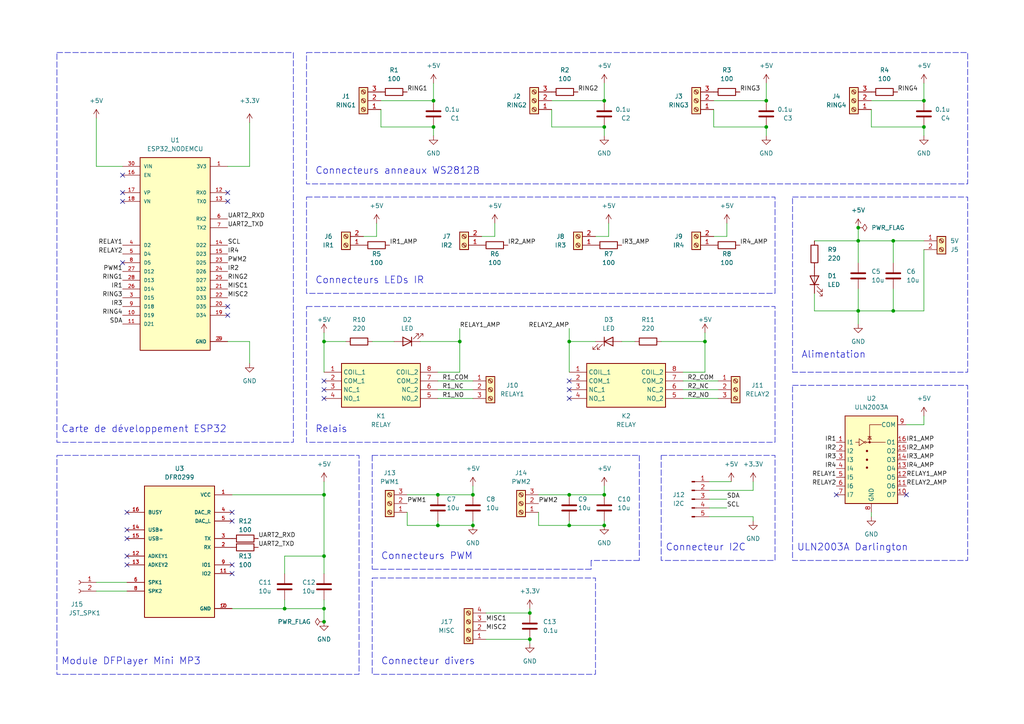
<source format=kicad_sch>
(kicad_sch (version 20230121) (generator eeschema)
  (paper "A4")
  (title_block (title "Circuit de contrôle domotique avec ESP32") (date "2023-06-13") (rev "V1.1") (company "IE-Concept") (comment 1 "Esteban CADIC"))
  (lib_symbols
    (symbol "CARTE_DOMO_SYMB:DFR0299" (pin_names (offset 1.016))
      (property "Reference" "U" (at -10.16 18.542 0))
      (property "Value" "DFR0299" (at -10.16 -22.86 0))
      (symbol "DFR0299_0_0"
        (rectangle (start -10.16 -20.32) (end 10.16 17.78) (stroke (width 0.254)) (fill (type background)))
        (pin power_in line (at 15.24 15.24 180) (length 5.08) (name "VCC") (number "1"))
        (pin power_in line (at 15.24 -17.78 180) (length 5.08) (name "GND") (number "10"))
        (pin bidirectional line (at 15.24 -7.62 180) (length 5.08) (name "IO2") (number "11"))
        (pin input line (at -15.24 -2.54 0) (length 5.08) (name "ADKEY1") (number "12"))
        (pin input line (at -15.24 -5.08 0) (length 5.08) (name "ADKEY2") (number "13"))
        (pin input line (at -15.24 5.08 0) (length 5.08) (name "USB+") (number "14"))
        (pin input line (at -15.24 2.54 0) (length 5.08) (name "USB-") (number "15"))
        (pin input line (at -15.24 10.16 0) (length 5.08) (name "BUSY") (number "16"))
        (pin input line (at 15.24 0 180) (length 5.08) (name "RX") (number "2"))
        (pin output line (at 15.24 2.54 180) (length 5.08) (name "TX") (number "3"))
        (pin output line (at 15.24 10.16 180) (length 5.08) (name "DAC_R") (number "4"))
        (pin output line (at 15.24 7.62 180) (length 5.08) (name "DAC_L") (number "5"))
        (pin passive line (at -15.24 -10.16 0) (length 5.08) (name "SPK1") (number "6"))
        (pin power_in line (at 15.24 -17.78 180) (length 5.08) (name "GND") (number "7"))
        (pin passive line (at -15.24 -12.7 0) (length 5.08) (name "SPK2") (number "8"))
        (pin bidirectional line (at 15.24 -5.08 180) (length 5.08) (name "IO1") (number "9"))
      )
    )
    (symbol "CARTE_DOMO_SYMB:ESP32-DEVKIT-V1" (pin_names (offset 1.016))
      (property "Reference" "U" (at -10.16 30.48 0))
      (property "Value" "ESP32-DEVKIT-V1" (at -10.16 -30.48 0))
      (symbol "ESP32-DEVKIT-V1_0_0"
        (rectangle (start -10.16 -27.94) (end 10.16 27.94) (stroke (width 0.254)) (fill (type background)))
        (pin output line (at 15.24 25.4 180) (length 5.08) (name "3V3") (number "1"))
        (pin bidirectional line (at -15.24 -17.78 0) (length 5.08) (name "D19") (number "10"))
        (pin bidirectional line (at -15.24 -20.32 0) (length 5.08) (name "D21") (number "11"))
        (pin input line (at 15.24 17.78 180) (length 5.08) (name "RX0") (number "12"))
        (pin output line (at 15.24 15.24 180) (length 5.08) (name "TX0") (number "13"))
        (pin bidirectional line (at 15.24 2.54 180) (length 5.08) (name "D22") (number "14"))
        (pin bidirectional line (at 15.24 0 180) (length 5.08) (name "D23") (number "15"))
        (pin input line (at -15.24 22.86 0) (length 5.08) (name "EN") (number "16"))
        (pin bidirectional line (at -15.24 17.78 0) (length 5.08) (name "VP") (number "17"))
        (pin bidirectional line (at -15.24 15.24 0) (length 5.08) (name "VN") (number "18"))
        (pin bidirectional line (at 15.24 -17.78 180) (length 5.08) (name "D34") (number "19"))
        (pin power_in line (at 15.24 -25.4 180) (length 5.08) (name "GND") (number "2"))
        (pin bidirectional line (at 15.24 -15.24 180) (length 5.08) (name "D35") (number "20"))
        (pin bidirectional line (at 15.24 -10.16 180) (length 5.08) (name "D32") (number "21"))
        (pin bidirectional line (at 15.24 -12.7 180) (length 5.08) (name "D33") (number "22"))
        (pin bidirectional line (at 15.24 -2.54 180) (length 5.08) (name "D25") (number "23"))
        (pin bidirectional line (at 15.24 -5.08 180) (length 5.08) (name "D26") (number "24"))
        (pin bidirectional line (at 15.24 -7.62 180) (length 5.08) (name "D27") (number "25"))
        (pin bidirectional line (at -15.24 -10.16 0) (length 5.08) (name "D14") (number "26"))
        (pin bidirectional line (at -15.24 -5.08 0) (length 5.08) (name "D12") (number "27"))
        (pin bidirectional line (at -15.24 -7.62 0) (length 5.08) (name "D13") (number "28"))
        (pin power_in line (at 15.24 -25.4 180) (length 5.08) (name "GND") (number "29"))
        (pin bidirectional line (at -15.24 -12.7 0) (length 5.08) (name "D15") (number "3"))
        (pin input line (at -15.24 25.4 0) (length 5.08) (name "VIN") (number "30"))
        (pin bidirectional line (at -15.24 2.54 0) (length 5.08) (name "D2") (number "4"))
        (pin bidirectional line (at -15.24 0 0) (length 5.08) (name "D4") (number "5"))
        (pin input line (at 15.24 10.16 180) (length 5.08) (name "RX2") (number "6"))
        (pin output line (at 15.24 7.62 180) (length 5.08) (name "TX2") (number "7"))
        (pin bidirectional line (at -15.24 -2.54 0) (length 5.08) (name "D5") (number "8"))
        (pin bidirectional line (at -15.24 -15.24 0) (length 5.08) (name "D18") (number "9"))
      )
    )
    (symbol "CARTE_DOMO_SYMB:J104D2C24VDC.20S"
      (property "Reference" "K" (at 29.21 7.62 0))
      (property "Value" "J104D2C24VDC.20S" (at 29.21 5.08 0))
      (symbol "J104D2C24VDC.20S_1_1"
        (rectangle (start 5.08 2.54) (end 27.94 -10.16) (stroke (width 0.254)) (fill (type background)))
        (pin passive line (at 0 0 0) (length 5.08) (name "COIL_1") (number "1"))
        (pin passive line (at 0 -2.54 0) (length 5.08) (name "COM_1") (number "2"))
        (pin passive line (at 0 -5.08 0) (length 5.08) (name "NC_1") (number "3"))
        (pin passive line (at 0 -7.62 0) (length 5.08) (name "NO_1") (number "4"))
        (pin passive line (at 33.02 -7.62 180) (length 5.08) (name "NO_2") (number "5"))
        (pin passive line (at 33.02 -5.08 180) (length 5.08) (name "NC_2") (number "6"))
        (pin passive line (at 33.02 -2.54 180) (length 5.08) (name "COM_2") (number "7"))
        (pin passive line (at 33.02 0 180) (length 5.08) (name "COIL_2") (number "8"))
      )
    )
    (symbol "Connector:Conn_01x02_Socket" (pin_names (offset 1.016) hide)
      (property "Reference" "J" (at 0 2.54 0))
      (property "Value" "Conn_01x02_Socket" (at 0 -5.08 0))
      (symbol "Conn_01x02_Socket_1_1"
        (arc (start 0 -2.032) (mid -0.5058 -2.54) (end 0 -3.048) (stroke (width 0.1524)))
        (polyline (pts (xy -1.27 -2.54) (xy -0.508 -2.54)) (stroke (width 0.1524)))
        (polyline (pts (xy -1.27 0) (xy -0.508 0)) (stroke (width 0.1524)))
        (arc (start 0 0.508) (mid -0.5058 0) (end 0 -0.508) (stroke (width 0.1524)))
        (pin passive line (at -5.08 0 0) (length 3.81) (name "Pin_1") (number "1"))
        (pin passive line (at -5.08 -2.54 0) (length 3.81) (name "Pin_2") (number "2"))
      )
    )
    (symbol "Connector:Conn_01x05_Pin" (pin_names (offset 1.016) hide)
      (property "Reference" "J" (at 0 7.62 0))
      (property "Value" "Conn_01x05_Pin" (at 0 -7.62 0))
      (symbol "Conn_01x05_Pin_1_1"
        (polyline (pts (xy 1.27 -5.08) (xy 0.8636 -5.08)) (stroke (width 0.1524)))
        (polyline (pts (xy 1.27 -2.54) (xy 0.8636 -2.54)) (stroke (width 0.1524)))
        (polyline (pts (xy 1.27 0) (xy 0.8636 0)) (stroke (width 0.1524)))
        (polyline (pts (xy 1.27 2.54) (xy 0.8636 2.54)) (stroke (width 0.1524)))
        (polyline (pts (xy 1.27 5.08) (xy 0.8636 5.08)) (stroke (width 0.1524)))
        (rectangle (start 0.8636 -4.953) (end 0 -5.207) (stroke (width 0.1524)) (fill (type outline)))
        (rectangle (start 0.8636 -2.413) (end 0 -2.667) (stroke (width 0.1524)) (fill (type outline)))
        (rectangle (start 0.8636 0.127) (end 0 -0.127) (stroke (width 0.1524)) (fill (type outline)))
        (rectangle (start 0.8636 2.667) (end 0 2.413) (stroke (width 0.1524)) (fill (type outline)))
        (rectangle (start 0.8636 5.207) (end 0 4.953) (stroke (width 0.1524)) (fill (type outline)))
        (pin passive line (at 5.08 5.08 180) (length 3.81) (name "Pin_1") (number "1"))
        (pin passive line (at 5.08 2.54 180) (length 3.81) (name "Pin_2") (number "2"))
        (pin passive line (at 5.08 0 180) (length 3.81) (name "Pin_3") (number "3"))
        (pin passive line (at 5.08 -2.54 180) (length 3.81) (name "Pin_4") (number "4"))
        (pin passive line (at 5.08 -5.08 180) (length 3.81) (name "Pin_5") (number "5"))
      )
    )
    (symbol "Connector:Screw_Terminal_01x02" (pin_names (offset 1.016) hide)
      (property "Reference" "J" (at 0 2.54 0))
      (property "Value" "Screw_Terminal_01x02" (at 0 -5.08 0))
      (symbol "Screw_Terminal_01x02_1_1"
        (rectangle (start -1.27 1.27) (end 1.27 -3.81) (stroke (width 0.254)) (fill (type background)))
        (circle (center 0 -2.54) (radius 0.635) (stroke (width 0.1524)))
        (polyline (pts (xy -0.5334 -2.2098) (xy 0.3302 -3.048)) (stroke (width 0.1524)))
        (polyline (pts (xy -0.5334 0.3302) (xy 0.3302 -0.508)) (stroke (width 0.1524)))
        (polyline (pts (xy -0.3556 -2.032) (xy 0.508 -2.8702)) (stroke (width 0.1524)))
        (polyline (pts (xy -0.3556 0.508) (xy 0.508 -0.3302)) (stroke (width 0.1524)))
        (circle (center 0 0) (radius 0.635) (stroke (width 0.1524)))
        (pin passive line (at -5.08 0 0) (length 3.81) (name "Pin_1") (number "1"))
        (pin passive line (at -5.08 -2.54 0) (length 3.81) (name "Pin_2") (number "2"))
      )
    )
    (symbol "Connector:Screw_Terminal_01x03" (pin_names (offset 1.016) hide)
      (property "Reference" "J" (at 0 5.08 0))
      (property "Value" "Screw_Terminal_01x03" (at 0 -5.08 0))
      (symbol "Screw_Terminal_01x03_1_1"
        (rectangle (start -1.27 3.81) (end 1.27 -3.81) (stroke (width 0.254)) (fill (type background)))
        (circle (center 0 -2.54) (radius 0.635) (stroke (width 0.1524)))
        (polyline (pts (xy -0.5334 -2.2098) (xy 0.3302 -3.048)) (stroke (width 0.1524)))
        (polyline (pts (xy -0.5334 0.3302) (xy 0.3302 -0.508)) (stroke (width 0.1524)))
        (polyline (pts (xy -0.5334 2.8702) (xy 0.3302 2.032)) (stroke (width 0.1524)))
        (polyline (pts (xy -0.3556 -2.032) (xy 0.508 -2.8702)) (stroke (width 0.1524)))
        (polyline (pts (xy -0.3556 0.508) (xy 0.508 -0.3302)) (stroke (width 0.1524)))
        (polyline (pts (xy -0.3556 3.048) (xy 0.508 2.2098)) (stroke (width 0.1524)))
        (circle (center 0 0) (radius 0.635) (stroke (width 0.1524)))
        (circle (center 0 2.54) (radius 0.635) (stroke (width 0.1524)))
        (pin passive line (at -5.08 2.54 0) (length 3.81) (name "Pin_1") (number "1"))
        (pin passive line (at -5.08 0 0) (length 3.81) (name "Pin_2") (number "2"))
        (pin passive line (at -5.08 -2.54 0) (length 3.81) (name "Pin_3") (number "3"))
      )
    )
    (symbol "Connector:Screw_Terminal_01x04" (pin_names (offset 1.016) hide)
      (property "Reference" "J" (at 0 5.08 0))
      (property "Value" "Screw_Terminal_01x04" (at 0 -7.62 0))
      (symbol "Screw_Terminal_01x04_1_1"
        (rectangle (start -1.27 3.81) (end 1.27 -6.35) (stroke (width 0.254)) (fill (type background)))
        (circle (center 0 -5.08) (radius 0.635) (stroke (width 0.1524)))
        (circle (center 0 -2.54) (radius 0.635) (stroke (width 0.1524)))
        (polyline (pts (xy -0.5334 -4.7498) (xy 0.3302 -5.588)) (stroke (width 0.1524)))
        (polyline (pts (xy -0.5334 -2.2098) (xy 0.3302 -3.048)) (stroke (width 0.1524)))
        (polyline (pts (xy -0.5334 0.3302) (xy 0.3302 -0.508)) (stroke (width 0.1524)))
        (polyline (pts (xy -0.5334 2.8702) (xy 0.3302 2.032)) (stroke (width 0.1524)))
        (polyline (pts (xy -0.3556 -4.572) (xy 0.508 -5.4102)) (stroke (width 0.1524)))
        (polyline (pts (xy -0.3556 -2.032) (xy 0.508 -2.8702)) (stroke (width 0.1524)))
        (polyline (pts (xy -0.3556 0.508) (xy 0.508 -0.3302)) (stroke (width 0.1524)))
        (polyline (pts (xy -0.3556 3.048) (xy 0.508 2.2098)) (stroke (width 0.1524)))
        (circle (center 0 0) (radius 0.635) (stroke (width 0.1524)))
        (circle (center 0 2.54) (radius 0.635) (stroke (width 0.1524)))
        (pin passive line (at -5.08 2.54 0) (length 3.81) (name "Pin_1") (number "1"))
        (pin passive line (at -5.08 0 0) (length 3.81) (name "Pin_2") (number "2"))
        (pin passive line (at -5.08 -2.54 0) (length 3.81) (name "Pin_3") (number "3"))
        (pin passive line (at -5.08 -5.08 0) (length 3.81) (name "Pin_4") (number "4"))
      )
    )
    (symbol "Device:C" (pin_numbers hide) (pin_names (offset 0.254))
      (property "Reference" "C" (at 0.635 2.54 0))
      (property "Value" "C" (at 0.635 -2.54 0))
      (symbol "C_0_1"
        (polyline (pts (xy -2.032 -0.762) (xy 2.032 -0.762)) (stroke (width 0.508)))
        (polyline (pts (xy -2.032 0.762) (xy 2.032 0.762)) (stroke (width 0.508)))
      )
      (symbol "C_1_1"
        (pin passive line (at 0 3.81 270) (length 2.794) (name "~") (number "1"))
        (pin passive line (at 0 -3.81 90) (length 2.794) (name "~") (number "2"))
      )
    )
    (symbol "Device:LED" (pin_numbers hide) (pin_names (offset 1.016) hide)
      (property "Reference" "D" (at 0 2.54 0))
      (property "Value" "LED" (at 0 -2.54 0))
      (symbol "LED_0_1"
        (polyline (pts (xy -1.27 -1.27) (xy -1.27 1.27)) (stroke (width 0.254)))
        (polyline (pts (xy -1.27 0) (xy 1.27 0)))
        (polyline (pts (xy 1.27 -1.27) (xy 1.27 1.27) (xy -1.27 0) (xy 1.27 -1.27)) (stroke (width 0.254)))
        (polyline (pts (xy -3.048 -0.762) (xy -4.572 -2.286) (xy -3.81 -2.286) (xy -4.572 -2.286) (xy -4.572 -1.524)))
        (polyline (pts (xy -1.778 -0.762) (xy -3.302 -2.286) (xy -2.54 -2.286) (xy -3.302 -2.286) (xy -3.302 -1.524)))
      )
      (symbol "LED_1_1"
        (pin passive line (at -3.81 0 0) (length 2.54) (name "K") (number "1"))
        (pin passive line (at 3.81 0 180) (length 2.54) (name "A") (number "2"))
      )
    )
    (symbol "Device:R" (pin_numbers hide) (pin_names (offset 0))
      (property "Reference" "R" (at 2.032 0 90))
      (property "Value" "R" (at 0 0 90))
      (symbol "R_0_1"
        (rectangle (start -1.016 -2.54) (end 1.016 2.54) (stroke (width 0.254)))
      )
      (symbol "R_1_1"
        (pin passive line (at 0 3.81 270) (length 1.27) (name "~") (number "1"))
        (pin passive line (at 0 -3.81 90) (length 1.27) (name "~") (number "2"))
      )
    )
    (symbol "Transistor_Array:ULN2003A"
      (property "Reference" "U" (at 0 15.875 0))
      (property "Value" "ULN2003A" (at 0 13.97 0))
      (symbol "ULN2003A_0_1"
        (rectangle (start -7.62 -12.7) (end 7.62 12.7) (stroke (width 0.254)) (fill (type background)))
        (circle (center -1.778 5.08) (radius 0.254))
        (circle (center -1.27 -2.286) (radius 0.254) (fill (type outline)))
        (circle (center -1.27 0) (radius 0.254) (fill (type outline)))
        (circle (center -1.27 2.54) (radius 0.254) (fill (type outline)))
        (circle (center -0.508 5.08) (radius 0.254) (fill (type outline)))
        (polyline (pts (xy -4.572 5.08) (xy -3.556 5.08)))
        (polyline (pts (xy -1.524 5.08) (xy 4.064 5.08)))
        (polyline (pts (xy 0 6.731) (xy -1.016 6.731)))
        (polyline (pts (xy -0.508 5.08) (xy -0.508 10.16) (xy 2.921 10.16)))
        (polyline (pts (xy -3.556 6.096) (xy -3.556 4.064) (xy -2.032 5.08) (xy -3.556 6.096)))
        (polyline (pts (xy 0 5.969) (xy -1.016 5.969) (xy -0.508 6.731) (xy 0 5.969)))
      )
      (symbol "ULN2003A_1_1"
        (pin input line (at -10.16 5.08 0) (length 2.54) (name "I1") (number "1"))
        (pin open_collector line (at 10.16 -10.16 180) (length 2.54) (name "O7") (number "10"))
        (pin open_collector line (at 10.16 -7.62 180) (length 2.54) (name "O6") (number "11"))
        (pin open_collector line (at 10.16 -5.08 180) (length 2.54) (name "O5") (number "12"))
        (pin open_collector line (at 10.16 -2.54 180) (length 2.54) (name "O4") (number "13"))
        (pin open_collector line (at 10.16 0 180) (length 2.54) (name "O3") (number "14"))
        (pin open_collector line (at 10.16 2.54 180) (length 2.54) (name "O2") (number "15"))
        (pin open_collector line (at 10.16 5.08 180) (length 2.54) (name "O1") (number "16"))
        (pin input line (at -10.16 2.54 0) (length 2.54) (name "I2") (number "2"))
        (pin input line (at -10.16 0 0) (length 2.54) (name "I3") (number "3"))
        (pin input line (at -10.16 -2.54 0) (length 2.54) (name "I4") (number "4"))
        (pin input line (at -10.16 -5.08 0) (length 2.54) (name "I5") (number "5"))
        (pin input line (at -10.16 -7.62 0) (length 2.54) (name "I6") (number "6"))
        (pin input line (at -10.16 -10.16 0) (length 2.54) (name "I7") (number "7"))
        (pin power_in line (at 0 -15.24 90) (length 2.54) (name "GND") (number "8"))
        (pin passive line (at 10.16 10.16 180) (length 2.54) (name "COM") (number "9"))
      )
    )
    (symbol "power:+3.3V" (power) (pin_names (offset 0))
      (property "Value" "+3.3V" (at 0 3.556 0))
      (symbol "+3.3V_0_1"
        (polyline (pts (xy -0.762 1.27) (xy 0 2.54)))
        (polyline (pts (xy 0 0) (xy 0 2.54)))
        (polyline (pts (xy 0 2.54) (xy 0.762 1.27)))
      )
      (symbol "+3.3V_1_1"
        (pin power_in line (at 0 0 90) (length 0) hide (name "+3.3V") (number "1"))
      )
    )
    (symbol "power:+5V" (power) (pin_names (offset 0))
      (property "Value" "+5V" (at 0 3.556 0))
      (symbol "+5V_0_1"
        (polyline (pts (xy -0.762 1.27) (xy 0 2.54)))
        (polyline (pts (xy 0 0) (xy 0 2.54)))
        (polyline (pts (xy 0 2.54) (xy 0.762 1.27)))
      )
      (symbol "+5V_1_1"
        (pin power_in line (at 0 0 90) (length 0) hide (name "+5V") (number "1"))
      )
    )
    (symbol "power:GND" (power) (pin_names (offset 0))
      (property "Value" "GND" (at 0 -3.81 0))
      (symbol "GND_0_1"
        (polyline (pts (xy 0 0) (xy 0 -1.27) (xy 1.27 -1.27) (xy 0 -2.54) (xy -1.27 -1.27) (xy 0 -1.27)))
      )
      (symbol "GND_1_1"
        (pin power_in line (at 0 0 270) (length 0) hide (name "GND") (number "1"))
      )
    )
    (symbol "power:PWR_FLAG" (power) (pin_numbers hide) (pin_names (offset 0) hide)
      (property "Value" "PWR_FLAG" (at 0 3.81 0))
      (symbol "PWR_FLAG_0_0"
        (pin power_out line (at 0 0 90) (length 0) (name "pwr") (number "1"))
      )
      (symbol "PWR_FLAG_0_1"
        (polyline (pts (xy 0 0) (xy 0 1.27) (xy -1.016 1.905) (xy 0 2.54) (xy 1.016 1.905) (xy 0 1.27)))
      )
    )
  )
  (junction (at 222.25 29.21))
  (junction (at 125.73 36.83))
  (junction (at 137.16 152.4))
  (junction (at 93.98 180.34))
  (junction (at 93.98 99.06))
  (junction (at 175.26 29.21))
  (junction (at 153.67 185.42))
  (junction (at 267.97 36.83))
  (junction (at 248.92 69.85))
  (junction (at 204.47 99.06))
  (junction (at 175.26 36.83))
  (junction (at 153.67 177.8))
  (junction (at 82.55 176.53))
  (junction (at 175.26 152.4))
  (junction (at 165.1 152.4))
  (junction (at 175.26 143.51))
  (junction (at 267.97 29.21))
  (junction (at 222.25 36.83))
  (junction (at 259.08 69.85))
  (junction (at 93.98 143.51))
  (junction (at 93.98 161.29))
  (junction (at 133.35 99.06))
  (junction (at 127 152.4))
  (junction (at 165.1 99.06))
  (junction (at 248.92 90.17))
  (junction (at 165.1 143.51))
  (junction (at 125.73 29.21))
  (junction (at 127 143.51))
  (junction (at 259.08 90.17))
  (junction (at 248.92 66.04))
  (junction (at 93.98 176.53))
  (junction (at 137.16 143.51))
  (no_connect (at 35.56 58.42))
  (no_connect (at 35.56 76.2))
  (no_connect (at 93.98 110.49))
  (no_connect (at 262.89 143.51))
  (no_connect (at 36.83 153.67))
  (no_connect (at 165.1 110.49))
  (no_connect (at 36.83 163.83))
  (no_connect (at 36.83 161.29))
  (no_connect (at 242.57 143.51))
  (no_connect (at 35.56 50.8))
  (no_connect (at 67.31 163.83))
  (no_connect (at 66.04 55.88))
  (no_connect (at 66.04 88.9))
  (no_connect (at 67.31 166.37))
  (no_connect (at 165.1 115.57))
  (no_connect (at 66.04 58.42))
  (no_connect (at 35.56 55.88))
  (no_connect (at 36.83 156.21))
  (no_connect (at 36.83 148.59))
  (no_connect (at 93.98 113.03))
  (no_connect (at 66.04 91.44))
  (no_connect (at 93.98 115.57))
  (no_connect (at 165.1 113.03))
  (no_connect (at 67.31 148.59))
  (no_connect (at 67.31 151.13))
  (wire (pts (xy 143.51 68.58) (xy 143.51 64.77)))
  (wire (pts (xy 207.01 31.75) (xy 207.01 36.83)))
  (wire (pts (xy 140.97 185.42) (xy 153.67 185.42)))
  (wire (pts (xy 127 110.49) (xy 137.16 110.49)))
  (wire (pts (xy 236.22 90.17) (xy 248.92 90.17)))
  (wire (pts (xy 252.73 36.83) (xy 267.97 36.83)))
  (wire (pts (xy 110.49 36.83) (xy 125.73 36.83)))
  (wire (pts (xy 125.73 36.83) (xy 125.73 39.37)))
  (wire (pts (xy 248.92 69.85) (xy 259.08 69.85)))
  (wire (pts (xy 82.55 176.53) (xy 93.98 176.53)))
  (wire (pts (xy 175.26 151.13) (xy 175.26 152.4)))
  (wire (pts (xy 67.31 176.53) (xy 82.55 176.53)))
  (wire (pts (xy 27.94 48.26) (xy 35.56 48.26)))
  (wire (pts (xy 267.97 123.19) (xy 262.89 123.19)))
  (wire (pts (xy 110.49 29.21) (xy 125.73 29.21)))
  (wire (pts (xy 198.12 110.49) (xy 208.28 110.49)))
  (polyline (pts (xy 107.95 132.08) (xy 107.95 165.1)) (stroke (width 0) (type dash)))
  (wire (pts (xy 66.04 99.06) (xy 72.39 99.06)))
  (wire (pts (xy 204.47 96.52) (xy 204.47 99.06)))
  (wire (pts (xy 207.01 36.83) (xy 222.25 36.83)))
  (wire (pts (xy 72.39 48.26) (xy 66.04 48.26)))
  (wire (pts (xy 93.98 173.99) (xy 93.98 176.53)))
  (wire (pts (xy 153.67 186.69) (xy 153.67 185.42)))
  (wire (pts (xy 93.98 143.51) (xy 93.98 161.29)))
  (wire (pts (xy 252.73 29.21) (xy 267.97 29.21)))
  (wire (pts (xy 107.95 99.06) (xy 114.3 99.06)))
  (wire (pts (xy 198.12 107.95) (xy 204.47 107.95)))
  (wire (pts (xy 205.74 144.78) (xy 210.82 144.78)))
  (polyline (pts (xy 185.42 132.08) (xy 185.42 162.56)) (stroke (width 0) (type dash)))
  (wire (pts (xy 259.08 69.85) (xy 259.08 76.2)))
  (wire (pts (xy 248.92 90.17) (xy 248.92 93.98)))
  (wire (pts (xy 252.73 31.75) (xy 252.73 36.83)))
  (wire (pts (xy 205.74 142.24) (xy 218.44 142.24)))
  (wire (pts (xy 259.08 69.85) (xy 267.97 69.85)))
  (wire (pts (xy 175.26 36.83) (xy 175.26 39.37)))
  (wire (pts (xy 267.97 36.83) (xy 267.97 39.37)))
  (wire (pts (xy 252.73 148.59) (xy 252.73 149.86)))
  (wire (pts (xy 133.35 95.25) (xy 133.35 99.06)))
  (wire (pts (xy 127 143.51) (xy 137.16 143.51)))
  (wire (pts (xy 205.74 147.32) (xy 210.82 147.32)))
  (wire (pts (xy 82.55 173.99) (xy 82.55 176.53)))
  (wire (pts (xy 236.22 85.09) (xy 236.22 90.17)))
  (wire (pts (xy 198.12 115.57) (xy 208.28 115.57)))
  (wire (pts (xy 72.39 35.56) (xy 72.39 48.26)))
  (wire (pts (xy 222.25 24.13) (xy 222.25 29.21)))
  (wire (pts (xy 267.97 120.65) (xy 267.97 123.19)))
  (wire (pts (xy 27.94 171.45) (xy 36.83 171.45)))
  (wire (pts (xy 93.98 96.52) (xy 93.98 99.06)))
  (wire (pts (xy 175.26 24.13) (xy 175.26 29.21)))
  (wire (pts (xy 93.98 99.06) (xy 93.98 107.95)))
  (wire (pts (xy 165.1 99.06) (xy 172.72 99.06)))
  (wire (pts (xy 165.1 152.4) (xy 175.26 152.4)))
  (wire (pts (xy 156.21 152.4) (xy 165.1 152.4)))
  (wire (pts (xy 204.47 99.06) (xy 204.47 107.95)))
  (wire (pts (xy 248.92 83.82) (xy 248.92 90.17)))
  (wire (pts (xy 172.72 68.58) (xy 176.53 68.58)))
  (wire (pts (xy 204.47 99.06) (xy 191.77 99.06)))
  (wire (pts (xy 121.92 99.06) (xy 133.35 99.06)))
  (wire (pts (xy 118.11 148.59) (xy 118.11 152.4)))
  (wire (pts (xy 205.74 149.86) (xy 218.44 149.86)))
  (wire (pts (xy 160.02 36.83) (xy 175.26 36.83)))
  (wire (pts (xy 236.22 69.85) (xy 248.92 69.85)))
  (wire (pts (xy 165.1 95.25) (xy 165.1 99.06)))
  (polyline (pts (xy 107.95 132.08) (xy 185.42 132.08)) (stroke (width 0) (type dash)))
  (wire (pts (xy 248.92 69.85) (xy 248.92 76.2)))
  (wire (pts (xy 127 113.03) (xy 137.16 113.03)))
  (wire (pts (xy 222.25 36.83) (xy 222.25 39.37)))
  (wire (pts (xy 207.01 29.21) (xy 222.25 29.21)))
  (wire (pts (xy 267.97 24.13) (xy 267.97 29.21)))
  (wire (pts (xy 175.26 143.51) (xy 175.26 140.97)))
  (wire (pts (xy 93.98 161.29) (xy 93.98 166.37)))
  (wire (pts (xy 184.15 99.06) (xy 180.34 99.06)))
  (wire (pts (xy 82.55 166.37) (xy 82.55 161.29)))
  (wire (pts (xy 218.44 149.86) (xy 218.44 151.13)))
  (wire (pts (xy 160.02 31.75) (xy 160.02 36.83)))
  (wire (pts (xy 156.21 148.59) (xy 156.21 152.4)))
  (wire (pts (xy 259.08 90.17) (xy 267.97 90.17)))
  (wire (pts (xy 105.41 68.58) (xy 109.22 68.58)))
  (polyline (pts (xy 171.45 162.56) (xy 171.45 165.1)) (stroke (width 0) (type dash)))
  (wire (pts (xy 27.94 34.29) (xy 27.94 48.26)))
  (wire (pts (xy 27.94 168.91) (xy 36.83 168.91)))
  (wire (pts (xy 156.21 143.51) (xy 165.1 143.51)))
  (polyline (pts (xy 171.45 165.1) (xy 107.95 165.1)) (stroke (width 0) (type dash)))
  (wire (pts (xy 139.7 68.58) (xy 143.51 68.58)))
  (wire (pts (xy 133.35 99.06) (xy 133.35 107.95)))
  (wire (pts (xy 248.92 69.85) (xy 248.92 66.04)))
  (wire (pts (xy 127 151.13) (xy 127 152.4)))
  (wire (pts (xy 165.1 151.13) (xy 165.1 152.4)))
  (polyline (pts (xy 185.42 162.56) (xy 171.45 162.56)) (stroke (width 0) (type dash)))
  (wire (pts (xy 259.08 83.82) (xy 259.08 90.17)))
  (wire (pts (xy 67.31 143.51) (xy 93.98 143.51)))
  (wire (pts (xy 207.01 68.58) (xy 210.82 68.58)))
  (wire (pts (xy 210.82 68.58) (xy 210.82 64.77)))
  (wire (pts (xy 93.98 176.53) (xy 93.98 180.34)))
  (wire (pts (xy 118.11 143.51) (xy 127 143.51)))
  (wire (pts (xy 160.02 29.21) (xy 175.26 29.21)))
  (wire (pts (xy 176.53 68.58) (xy 176.53 64.77)))
  (wire (pts (xy 125.73 24.13) (xy 125.73 29.21)))
  (wire (pts (xy 165.1 143.51) (xy 175.26 143.51)))
  (wire (pts (xy 127 107.95) (xy 133.35 107.95)))
  (wire (pts (xy 110.49 31.75) (xy 110.49 36.83)))
  (wire (pts (xy 248.92 90.17) (xy 259.08 90.17)))
  (wire (pts (xy 127 115.57) (xy 137.16 115.57)))
  (wire (pts (xy 267.97 72.39) (xy 267.97 90.17)))
  (wire (pts (xy 72.39 99.06) (xy 72.39 105.41)))
  (wire (pts (xy 93.98 99.06) (xy 100.33 99.06)))
  (wire (pts (xy 137.16 143.51) (xy 137.16 140.97)))
  (wire (pts (xy 82.55 161.29) (xy 93.98 161.29)))
  (wire (pts (xy 140.97 177.8) (xy 153.67 177.8)))
  (wire (pts (xy 198.12 113.03) (xy 208.28 113.03)))
  (wire (pts (xy 153.67 176.53) (xy 153.67 177.8)))
  (wire (pts (xy 218.44 139.7) (xy 218.44 142.24)))
  (wire (pts (xy 165.1 99.06) (xy 165.1 107.95)))
  (wire (pts (xy 137.16 151.13) (xy 137.16 152.4)))
  (wire (pts (xy 118.11 152.4) (xy 127 152.4)))
  (wire (pts (xy 212.09 139.7) (xy 205.74 139.7)))
  (wire (pts (xy 93.98 139.7) (xy 93.98 143.51)))
  (wire (pts (xy 109.22 68.58) (xy 109.22 64.77)))
  (wire (pts (xy 127 152.4) (xy 137.16 152.4)))
  (rectangle (start 88.9 15.24) (end 280.67 53.34) (stroke (width 0) (type dash)))
  (rectangle (start 107.95 167.64) (end 172.72 195.58) (stroke (width 0) (type dash)))
  (rectangle (start 88.9 57.15) (end 224.79 85.09) (stroke (width 0) (type dash)))
  (rectangle (start 16.51 15.24) (end 85.09 128.27) (stroke (width 0) (type dash)))
  (rectangle (start 229.87 111.76) (end 280.67 162.56) (stroke (width 0) (type dash)))
  (rectangle (start 229.87 57.15) (end 280.67 107.95) (stroke (width 0) (type dash)))
  (rectangle (start 88.9 88.9) (end 224.79 128.27) (stroke (width 0) (type dash)))
  (rectangle (start 16.51 132.08) (end 104.14 195.58) (stroke (width 0) (type dash)))
  (rectangle (start 191.77 132.08) (end 224.79 162.56) (stroke (width 0) (type dash)))
  (text "Alimentation" (at 232.41 104.14 0) (effects (font (size 2 2)) (justify left bottom)))
  (text "Carte de développement ESP32" (at 17.78 125.73 0) (effects (font (size 2 2)) (justify left bottom)))
  (text "ULN2003A Darlington" (at 231.14 160.02 0) (effects (font (size 2 2)) (justify left bottom)))
  (text "Connecteurs PWM\n" (at 110.49 162.56 0) (effects (font (size 2 2)) (justify left bottom)))
  (text "Module DFPlayer Mini MP3 " (at 17.78 193.04 0) (effects (font (size 2 2)) (justify left bottom)))
  (text "Connecteurs LEDs IR" (at 91.44 82.55 0) (effects (font (size 2 2)) (justify left bottom)))
  (text "Connecteur I2C" (at 193.04 160.02 0) (effects (font (size 2 2)) (justify left bottom)))
  (text "Relais" (at 91.44 125.73 0) (effects (font (size 2 2)) (justify left bottom)))
  (text "Connecteurs anneaux WS2812B" (at 91.44 50.8 0) (effects (font (size 2 2)) (justify left bottom)))
  (text "Connecteur divers\n" (at 110.49 193.04 0) (effects (font (size 2 2)) (justify left bottom)))
  (label "RELAY1" (at 242.57 138.43 180))
  (label "MISC2" (at 140.97 182.88 0))
  (label "R1_NC" (at 128.27 113.03 0))
  (label "IR3" (at 242.57 133.35 180))
  (label "R2_COM" (at 199.39 110.49 0))
  (label "RING1" (at 35.56 81.28 180))
  (label "SCL" (at 210.82 147.32 0))
  (label "MISC1" (at 140.97 180.34 0))
  (label "IR1" (at 35.56 83.82 180))
  (label "RELAY2_AMP" (at 262.89 140.97 0))
  (label "R2_NC" (at 199.39 113.03 0))
  (label "MISC1" (at 66.04 83.82 0))
  (label "IR3_AMP" (at 180.34 71.12 0))
  (label "SDA" (at 210.82 144.78 0))
  (label "RING2" (at 167.64 26.67 0))
  (label "RELAY2" (at 35.56 73.66 180))
  (label "IR2" (at 66.04 78.74 0))
  (label "RELAY1_AMP" (at 133.35 95.25 0))
  (label "R1_NO" (at 128.27 115.57 0))
  (label "PWM2" (at 156.21 146.05 0))
  (label "UART2_TXD" (at 66.04 66.04 0))
  (label "IR3_AMP" (at 262.89 133.35 0))
  (label "RELAY1" (at 35.56 71.12 180))
  (label "RING3" (at 35.56 86.36 180))
  (label "UART2_RXD" (at 74.93 156.21 0))
  (label "SDA" (at 35.56 93.98 180))
  (label "IR2" (at 242.57 130.81 180))
  (label "RING1" (at 118.11 26.67 0))
  (label "IR1_AMP" (at 113.03 71.12 0))
  (label "RELAY2_AMP" (at 165.1 95.25 180))
  (label "IR4" (at 66.04 73.66 0))
  (label "IR1" (at 242.57 128.27 180))
  (label "UART2_TXD" (at 74.93 158.75 0))
  (label "IR4_AMP" (at 262.89 135.89 0))
  (label "RING4" (at 35.56 91.44 180))
  (label "IR2_AMP" (at 147.32 71.12 0))
  (label "PWM1" (at 118.11 146.05 0))
  (label "MISC2" (at 66.04 86.36 0))
  (label "UART2_RXD" (at 66.04 63.5 0))
  (label "PWM1" (at 35.56 78.74 180))
  (label "RING3" (at 214.63 26.67 0))
  (label "SCL" (at 66.04 71.12 0))
  (label "IR2_AMP" (at 262.89 130.81 0))
  (label "RELAY1_AMP" (at 262.89 138.43 0))
  (label "RING2" (at 66.04 81.28 0))
  (label "RING4" (at 260.35 26.67 0))
  (label "R2_NO" (at 199.39 115.57 0))
  (label "RELAY2" (at 242.57 140.97 180))
  (label "R1_COM" (at 128.27 110.49 0))
  (label "IR4" (at 242.57 135.89 180))
  (label "PWM2" (at 66.04 76.2 0))
  (label "IR1_AMP" (at 262.89 128.27 0))
  (label "IR4_AMP" (at 214.63 71.12 0))
  (label "IR3" (at 35.56 88.9 180))
  (symbol (lib_id "Connector:Screw_Terminal_01x03") (at 113.03 146.05 180) (unit 1)
    (property "Reference" "J13" (at 113.03 137.16 0))
    (property "Value" "PWM1" (at 113.03 139.7 0))
    (property "Footprint" "TerminalBlock:TerminalBlock_bornier-3_P5.08mm" (effects hide))
    (property "LCSC Part" "C72334" (effects hide))
  )
  (symbol (lib_id "power:GND") (at 137.16 152.4 0) (unit 1)
    (property "Reference" "#PWR028" (effects hide))
    (property "Value" "GND" (at 137.16 157.48 0))
  )
  (symbol (lib_id "power:+5V") (at 212.09 139.7 0) (unit 1)
    (property "Reference" "#PWR022" (effects hide))
    (property "Value" "+5V" (at 212.09 134.62 0))
  )
  (symbol (lib_id "CARTE_DOMO_SYMB:J104D2C24VDC.20S") (at 165.1 107.95 0) (unit 1)
    (property "Reference" "K2" (at 181.61 120.65 0))
    (property "Value" "RELAY" (at 181.61 123.19 0))
    (property "Footprint" "CARTE_DOMO_EMP:J104D2C24VDC20S" (effects hide))
    (property "Datasheet" "https://www.citrelay.com/Catalog Pages/RelayCatalog/J104D.pdf" (effects hide))
    (property "Digi-Key" "2449-J104D2C5VDC.20S-ND" (effects hide))
    (property "Height" "11.42" (effects hide))
    (property "Manufacturer_Name" "CIT Relay & Switch" (effects hide))
    (property "Manufacturer_Part_Number" "J104D2C24VDC.20S" (effects hide))
    (property "JLCPCB BOM" "0" (effects hide))
  )
  (symbol (lib_id "Device:C") (at 222.25 33.02 0) (unit 1)
    (property "Reference" "C3" (at 229.87 34.29 0) (effects (justify right)))
    (property "Value" "0.1u" (at 229.87 31.75 0) (effects (justify right)))
    (property "Footprint" "Capacitor_SMD:C_0603_1608Metric_Pad1.08x0.95mm_HandSolder" (effects hide))
    (property "LCSC Part" "C14665" (effects hide))
  )
  (symbol (lib_id "CARTE_DOMO_SYMB:ESP32-DEVKIT-V1") (at 50.8 73.66 0) (unit 1)
    (property "Reference" "U1" (at 50.8 40.64 0))
    (property "Value" "ESP32_NODEMCU" (at 50.8 43.18 0))
    (property "Footprint" "CARTE_DOMO_EMP:MODULE_ESP32_DEVKIT_V1" (effects hide))
    (property "STANDARD" "Manufacturer Recommendations" (effects hide))
    (property "MAXIMUM_PACKAGE_HEIGHT" "6.8 mm" (effects hide))
    (property "MANUFACTURER" "DOIT" (effects hide))
    (property "PARTREV" "N/A" (effects hide))
    (property "JLCPCB BOM" "0" (effects hide))
  )
  (symbol (lib_id "CARTE_DOMO_SYMB:DFR0299") (at 52.07 158.75 0) (unit 1)
    (property "Reference" "U3" (at 52.07 135.89 0))
    (property "Value" "DFR0299" (at 52.07 138.43 0))
    (property "Footprint" "CARTE_DOMO_EMP:MODULE_DFR0299" (effects hide))
    (property "MF" "DFRobot" (effects hide))
    (property "DESCRIPTION" "Dfplayer - a Mini Mp3 Player" (effects hide))
    (property "PACKAGE" "None" (effects hide))
    (property "PRICE" "None" (effects hide))
    (property "MP" "DFR0299" (effects hide))
    (property "AVAILABILITY" "Unavailable" (effects hide))
    (property "JLCPCB BOM" "0" (effects hide))
  )
  (symbol (lib_id "Device:R") (at 163.83 26.67 270) (unit 1)
    (property "Reference" "R2" (at 163.83 20.32 90))
    (property "Value" "100" (at 163.83 22.86 90))
    (property "Footprint" "Resistor_SMD:R_0603_1608Metric_Pad0.98x0.95mm_HandSolder" (effects hide))
    (property "LCSC Part" "C22775" (effects hide))
  )
  (symbol (lib_id "Connector:Screw_Terminal_01x03") (at 247.65 29.21 180) (unit 1)
    (property "Reference" "J4" (at 242.57 27.94 0))
    (property "Value" "RING4" (at 242.57 30.48 0))
    (property "Footprint" "TerminalBlock:TerminalBlock_bornier-3_P5.08mm" (effects hide))
    (property "LCSC Part" "C72334" (effects hide))
  )
  (symbol (lib_id "power:GND") (at 252.73 149.86 0) (unit 1)
    (property "Reference" "#PWR026" (effects hide))
    (property "Value" "GND" (at 252.73 154.94 0))
  )
  (symbol (lib_id "power:+5V") (at 109.22 64.77 0) (unit 1)
    (property "Reference" "#PWR011" (effects hide))
    (property "Value" "+5V" (at 109.22 59.69 0))
  )
  (symbol (lib_id "Device:R") (at 176.53 71.12 270) (unit 1)
    (property "Reference" "R7" (at 176.53 73.66 90))
    (property "Value" "100" (at 176.53 76.2 90))
    (property "Footprint" "Resistor_SMD:R_0603_1608Metric_Pad0.98x0.95mm_HandSolder" (effects hide))
    (property "LCSC Part" "C107696" (effects hide))
  )
  (symbol (lib_id "Device:C") (at 248.92 80.01 0) (unit 1)
    (property "Reference" "C5" (at 252.73 78.74 0) (effects (justify left)))
    (property "Value" "10u" (at 252.73 81.28 0) (effects (justify left)))
    (property "Footprint" "Capacitor_SMD:C_0603_1608Metric_Pad1.08x0.95mm_HandSolder" (effects hide))
    (property "Farnell" "9452176" (effects hide))
    (property "LCSC Part" "C85713" (effects hide))
    (property "MANUFACTURER" "C698165" (effects hide))
  )
  (symbol (lib_id "Device:C") (at 137.16 147.32 0) (unit 1)
    (property "Reference" "C8" (at 140.97 144.78 0) (effects (justify left)))
    (property "Value" "10u" (at 140.97 147.32 0) (effects (justify left)))
    (property "Footprint" "Capacitor_SMD:C_0603_1608Metric_Pad1.08x0.95mm_HandSolder" (effects hide))
    (property "Farnell" "9452176" (effects hide))
    (property "LCSC Part" "C85713" (effects hide))
    (property "MANUFACTURER" "C698165" (effects hide))
  )
  (symbol (lib_id "power:PWR_FLAG") (at 248.92 66.04 270) (unit 1)
    (property "Reference" "#FLG01" (effects hide))
    (property "Value" "PWR_FLAG" (at 252.73 66.04 90) (effects (justify left)))
  )
  (symbol (lib_id "power:+5V") (at 175.26 24.13 0) (unit 1)
    (property "Reference" "#PWR02" (effects hide))
    (property "Value" "+5V" (at 175.26 19.05 0))
  )
  (symbol (lib_id "Device:C") (at 175.26 33.02 0) (unit 1)
    (property "Reference" "C2" (at 182.88 34.29 0) (effects (justify right)))
    (property "Value" "0.1u" (at 182.88 31.75 0) (effects (justify right)))
    (property "Footprint" "Capacitor_SMD:C_0603_1608Metric_Pad1.08x0.95mm_HandSolder" (effects hide))
    (property "LCSC Part" "C14665" (effects hide))
  )
  (symbol (lib_id "power:+3.3V") (at 72.39 35.56 0) (unit 1)
    (property "Reference" "#PWR06" (effects hide))
    (property "Value" "+3.3V" (at 72.39 29.21 0))
  )
  (symbol (lib_id "power:PWR_FLAG") (at 93.98 180.34 90) (unit 1)
    (property "Reference" "#FLG02" (effects hide))
    (property "Value" "PWR_FLAG" (at 90.17 180.34 90) (effects (justify left)))
  )
  (symbol (lib_id "Device:R") (at 210.82 26.67 270) (unit 1)
    (property "Reference" "R3" (at 210.82 20.32 90))
    (property "Value" "100" (at 210.82 22.86 90))
    (property "Footprint" "Resistor_SMD:R_0603_1608Metric_Pad0.98x0.95mm_HandSolder" (effects hide))
    (property "LCSC Part" "C22775" (effects hide))
  )
  (symbol (lib_id "power:+5V") (at 137.16 140.97 0) (unit 1)
    (property "Reference" "#PWR024" (effects hide))
    (property "Value" "+5V" (at 137.16 135.89 0))
  )
  (symbol (lib_id "Device:R") (at 104.14 99.06 90) (unit 1)
    (property "Reference" "R10" (at 104.14 92.71 90))
    (property "Value" "220" (at 104.14 95.25 90))
    (property "Footprint" "Resistor_SMD:R_0603_1608Metric_Pad0.98x0.95mm_HandSolder" (effects hide))
    (property "LCSC Part" "C107696" (effects hide))
  )
  (symbol (lib_id "power:GND") (at 218.44 151.13 0) (unit 1)
    (property "Reference" "#PWR027" (effects hide))
    (property "Value" "GND" (at 218.44 156.21 0))
  )
  (symbol (lib_id "Transistor_Array:ULN2003A") (at 252.73 133.35 0) (unit 1)
    (property "Reference" "U2" (at 252.73 115.57 0))
    (property "Value" "ULN2003A" (at 252.73 118.11 0))
    (property "Footprint" "Package_SO:SOIC-16_3.9x9.9mm_P1.27mm" (effects hide))
    (property "Datasheet" "http://www.ti.com/lit/ds/symlink/uln2003a.pdf" (effects hide))
    (property "Farnell" "2628016" (effects hide))
    (property "LCSC Part" "C7512" (effects hide))
  )
  (symbol (lib_id "Device:C") (at 93.98 170.18 0) (unit 1)
    (property "Reference" "C12" (at 87.63 168.91 0) (effects (justify left)))
    (property "Value" "10u" (at 87.63 171.45 0) (effects (justify left)))
    (property "Footprint" "Capacitor_SMD:C_0603_1608Metric_Pad1.08x0.95mm_HandSolder" (effects hide))
    (property "Farnell" "9452176" (effects hide))
    (property "LCSC Part" "C85713" (effects hide))
    (property "MANUFACTURER" "C698165" (effects hide))
  )
  (symbol (lib_id "Connector:Screw_Terminal_01x03") (at 213.36 113.03 0) (unit 1)
    (property "Reference" "J11" (at 219.71 111.76 0))
    (property "Value" "RELAY2" (at 219.71 114.3 0))
    (property "Footprint" "TerminalBlock:TerminalBlock_bornier-3_P5.08mm" (effects hide))
    (property "LCSC Part" "C72334" (effects hide))
  )
  (symbol (lib_id "Device:R") (at 71.12 158.75 270) (unit 1)
    (property "Reference" "R13" (at 71.12 161.29 90))
    (property "Value" "100" (at 71.12 163.83 90))
    (property "Footprint" "Resistor_SMD:R_0603_1608Metric_Pad0.98x0.95mm_HandSolder" (effects hide))
    (property "LCSC Part" "C22775" (effects hide))
  )
  (symbol (lib_id "power:+5V") (at 125.73 24.13 0) (unit 1)
    (property "Reference" "#PWR01" (effects hide))
    (property "Value" "+5V" (at 125.73 19.05 0))
  )
  (symbol (lib_id "Connector:Conn_01x02_Socket") (at 22.86 168.91 0) (mirror y) (unit 1)
    (property "Reference" "J15" (at 24.13 175.26 0) (effects (justify left)))
    (property "Value" "JST_SPK1" (at 29.21 177.8 0) (effects (justify left)))
    (property "Footprint" "Connector_JST:JST_PH_B2B-PH-K_1x02_P2.00mm_Vertical" (effects hide))
    (property "Farnell" "9492534" (effects hide))
    (property "LCSC Part" "C131337" (effects hide))
  )
  (symbol (lib_id "Device:LED") (at 176.53 99.06 0) (unit 1)
    (property "Reference" "D3" (at 176.53 92.71 0))
    (property "Value" "LED" (at 176.53 95.25 0))
    (property "Footprint" "LED_SMD:LED_0603_1608Metric_Pad1.05x0.95mm_HandSolder" (effects hide))
    (property "LCSC Part" "C84263" (effects hide))
    (property "MANUFACTURER" "C99771" (effects hide))
  )
  (symbol (lib_id "Connector:Screw_Terminal_01x04") (at 135.89 182.88 180) (unit 1)
    (property "Reference" "J17" (at 129.54 180.34 0))
    (property "Value" "MISC" (at 129.54 182.88 0))
    (property "Footprint" "TerminalBlock:TerminalBlock_bornier-4_P5.08mm" (effects hide))
    (property "LCSC Part" "C2915641" (effects hide))
  )
  (symbol (lib_id "power:+5V") (at 175.26 140.97 0) (unit 1)
    (property "Reference" "#PWR025" (effects hide))
    (property "Value" "+5V" (at 175.26 135.89 0))
  )
  (symbol (lib_id "power:+5V") (at 176.53 64.77 0) (unit 1)
    (property "Reference" "#PWR013" (effects hide))
    (property "Value" "+5V" (at 176.53 59.69 0))
  )
  (symbol (lib_id "power:+5V") (at 143.51 64.77 0) (unit 1)
    (property "Reference" "#PWR012" (effects hide))
    (property "Value" "+5V" (at 143.51 59.69 0))
  )
  (symbol (lib_id "power:GND") (at 175.26 152.4 0) (unit 1)
    (property "Reference" "#PWR029" (effects hide))
    (property "Value" "GND" (at 175.26 157.48 0))
  )
  (symbol (lib_id "power:+3.3V") (at 218.44 139.7 0) (unit 1)
    (property "Reference" "#PWR023" (effects hide))
    (property "Value" "+3.3V" (at 218.44 134.62 0))
  )
  (symbol (lib_id "Connector:Screw_Terminal_01x02") (at 273.05 69.85 0) (unit 1)
    (property "Reference" "J5" (at 276.86 72.39 0))
    (property "Value" "5V" (at 276.86 69.85 0))
    (property "Footprint" "TerminalBlock:TerminalBlock_bornier-2_P5.08mm" (effects hide))
    (property "LCSC Part" "C8465" (effects hide))
  )
  (symbol (lib_id "Device:LED") (at 236.22 81.28 90) (unit 1)
    (property "Reference" "D1" (at 240.03 80.01 90) (effects (justify right)))
    (property "Value" "LED" (at 240.03 82.55 90) (effects (justify right)))
    (property "Footprint" "LED_SMD:LED_0603_1608Metric_Pad1.05x0.95mm_HandSolder" (effects hide))
    (property "LCSC Part" "C84263" (effects hide))
    (property "MANUFACTURER" "C99771" (effects hide))
  )
  (symbol (lib_id "Connector:Screw_Terminal_01x02") (at 100.33 71.12 180) (unit 1)
    (property "Reference" "J6" (at 95.25 68.58 0))
    (property "Value" "IR1" (at 95.25 71.12 0))
    (property "Footprint" "TerminalBlock:TerminalBlock_bornier-2_P5.08mm" (effects hide))
    (property "LCSC Part" "C8465" (effects hide))
  )
  (symbol (lib_id "Device:C") (at 153.67 181.61 0) (unit 1)
    (property "Reference" "C13" (at 157.48 180.34 0) (effects (justify left)))
    (property "Value" "0.1u" (at 157.48 182.88 0) (effects (justify left)))
    (property "Footprint" "Capacitor_SMD:C_0603_1608Metric_Pad1.08x0.95mm_HandSolder" (effects hide))
    (property "LCSC Part" "C14665" (effects hide))
  )
  (symbol (lib_id "Connector:Screw_Terminal_01x03") (at 151.13 146.05 180) (unit 1)
    (property "Reference" "J14" (at 151.13 137.16 0))
    (property "Value" "PWM2" (at 151.13 139.7 0))
    (property "Footprint" "TerminalBlock:TerminalBlock_bornier-3_P5.08mm" (effects hide))
    (property "LCSC Part" "C72334" (effects hide))
  )
  (symbol (lib_id "Connector:Screw_Terminal_01x02") (at 201.93 71.12 180) (unit 1)
    (property "Reference" "J9" (at 196.85 68.58 0))
    (property "Value" "IR4" (at 196.85 71.12 0))
    (property "Footprint" "TerminalBlock:TerminalBlock_bornier-2_P5.08mm" (effects hide))
    (property "LCSC Part" "C8465" (effects hide))
  )
  (symbol (lib_id "Connector:Screw_Terminal_01x03") (at 154.94 29.21 180) (unit 1)
    (property "Reference" "J2" (at 149.86 27.94 0))
    (property "Value" "RING2" (at 149.86 30.48 0))
    (property "Footprint" "TerminalBlock:TerminalBlock_bornier-3_P5.08mm" (effects hide))
    (property "LCSC Part" "C72334" (effects hide))
  )
  (symbol (lib_id "CARTE_DOMO_SYMB:J104D2C24VDC.20S") (at 93.98 107.95 0) (unit 1)
    (property "Reference" "K1" (at 110.49 120.65 0))
    (property "Value" "RELAY" (at 110.49 123.19 0))
    (property "Footprint" "CARTE_DOMO_EMP:J104D2C24VDC20S" (effects hide))
    (property "Datasheet" "https://www.citrelay.com/Catalog Pages/RelayCatalog/J104D.pdf" (effects hide))
    (property "Digi-Key" "2449-J104D2C5VDC.20S-ND" (effects hide))
    (property "Height" "11.42" (effects hide))
    (property "Manufacturer_Name" "CIT Relay & Switch" (effects hide))
    (property "Manufacturer_Part_Number" "J104D2C24VDC.20S" (effects hide))
    (property "JLCPCB BOM" "0" (effects hide))
  )
  (symbol (lib_id "Device:R") (at 210.82 71.12 270) (unit 1)
    (property "Reference" "R8" (at 210.82 73.66 90))
    (property "Value" "100" (at 210.82 76.2 90))
    (property "Footprint" "Resistor_SMD:R_0603_1608Metric_Pad0.98x0.95mm_HandSolder" (effects hide))
    (property "LCSC Part" "C107696" (effects hide))
  )
  (symbol (lib_id "Connector:Screw_Terminal_01x02") (at 167.64 71.12 180) (unit 1)
    (property "Reference" "J8" (at 162.56 68.58 0))
    (property "Value" "IR3" (at 162.56 71.12 0))
    (property "Footprint" "TerminalBlock:TerminalBlock_bornier-2_P5.08mm" (effects hide))
    (property "LCSC Part" "C8465" (effects hide))
  )
  (symbol (lib_id "Device:LED") (at 118.11 99.06 180) (unit 1)
    (property "Reference" "D2" (at 118.11 92.71 0))
    (property "Value" "LED" (at 118.11 95.25 0))
    (property "Footprint" "LED_SMD:LED_0603_1608Metric_Pad1.05x0.95mm_HandSolder" (effects hide))
    (property "LCSC Part" "C84263" (effects hide))
    (property "MANUFACTURER" "C99771" (effects hide))
  )
  (symbol (lib_id "power:+5V") (at 267.97 120.65 0) (unit 1)
    (property "Reference" "#PWR020" (effects hide))
    (property "Value" "+5V" (at 267.97 115.57 0))
  )
  (symbol (lib_id "Device:R") (at 71.12 156.21 270) (unit 1)
    (property "Reference" "R12" (at 71.12 151.13 90))
    (property "Value" "100" (at 71.12 153.67 90))
    (property "Footprint" "Resistor_SMD:R_0603_1608Metric_Pad0.98x0.95mm_HandSolder" (effects hide))
    (property "LCSC Part" "C22775" (effects hide))
  )
  (symbol (lib_id "Connector:Screw_Terminal_01x03") (at 142.24 113.03 0) (unit 1)
    (property "Reference" "J10" (at 148.59 111.76 0))
    (property "Value" "RELAY1" (at 148.59 114.3 0))
    (property "Footprint" "TerminalBlock:TerminalBlock_bornier-3_P5.08mm" (effects hide))
    (property "LCSC Part" "C72334" (effects hide))
    (property "MANUFACTURER" "C72334" (effects hide))
  )
  (symbol (lib_id "power:+5V") (at 210.82 64.77 0) (unit 1)
    (property "Reference" "#PWR014" (effects hide))
    (property "Value" "+5V" (at 210.82 59.69 0))
  )
  (symbol (lib_id "power:+5V") (at 204.47 96.52 0) (unit 1)
    (property "Reference" "#PWR018" (effects hide))
    (property "Value" "+5V" (at 204.47 92.71 0))
  )
  (symbol (lib_id "Device:R") (at 143.51 71.12 270) (unit 1)
    (property "Reference" "R6" (at 143.51 73.66 90))
    (property "Value" "100" (at 143.51 76.2 90))
    (property "Footprint" "Resistor_SMD:R_0603_1608Metric_Pad0.98x0.95mm_HandSolder" (effects hide))
    (property "LCSC Part" "C107696" (effects hide))
  )
  (symbol (lib_id "power:+5V") (at 93.98 96.52 0) (unit 1)
    (property "Reference" "#PWR017" (effects hide))
    (property "Value" "+5V" (at 93.98 92.71 0))
  )
  (symbol (lib_id "Connector:Screw_Terminal_01x03") (at 105.41 29.21 180) (unit 1)
    (property "Reference" "J1" (at 100.33 27.94 0))
    (property "Value" "RING1" (at 100.33 30.48 0))
    (property "Footprint" "TerminalBlock:TerminalBlock_bornier-3_P5.08mm" (effects hide))
    (property "LCSC Part" "C72334" (effects hide))
  )
  (symbol (lib_id "power:GND") (at 72.39 105.41 0) (unit 1)
    (property "Reference" "#PWR019" (effects hide))
    (property "Value" "GND" (at 72.39 110.49 0))
  )
  (symbol (lib_id "Device:R") (at 187.96 99.06 270) (unit 1)
    (property "Reference" "R11" (at 187.96 92.71 90))
    (property "Value" "220" (at 187.96 95.25 90))
    (property "Footprint" "Resistor_SMD:R_0603_1608Metric_Pad0.98x0.95mm_HandSolder" (effects hide))
    (property "LCSC Part" "C107696" (effects hide))
  )
  (symbol (lib_id "Device:C") (at 125.73 33.02 0) (unit 1)
    (property "Reference" "C1" (at 133.35 34.29 0) (effects (justify right)))
    (property "Value" "0.1u" (at 133.35 31.75 0) (effects (justify right)))
    (property "Footprint" "Capacitor_SMD:C_0603_1608Metric_Pad1.08x0.95mm_HandSolder" (effects hide))
    (property "LCSC Part" "C14665" (effects hide))
  )
  (symbol (lib_id "Device:C") (at 259.08 80.01 0) (unit 1)
    (property "Reference" "C6" (at 262.89 78.74 0) (effects (justify left)))
    (property "Value" "10u" (at 262.89 81.28 0) (effects (justify left)))
    (property "Footprint" "Capacitor_SMD:C_0603_1608Metric_Pad1.08x0.95mm_HandSolder" (effects hide))
    (property "Farnell" "9452176" (effects hide))
    (property "LCSC Part" "C85713" (effects hide))
    (property "MANUFACTURER" "C698165" (effects hide))
  )
  (symbol (lib_id "Device:R") (at 236.22 73.66 0) (unit 1)
    (property "Reference" "R9" (at 240.03 72.39 0) (effects (justify left)))
    (property "Value" "220" (at 240.03 74.93 0) (effects (justify left)))
    (property "Footprint" "Resistor_SMD:R_0603_1608Metric_Pad0.98x0.95mm_HandSolder" (effects hide))
    (property "LCSC Part" "C107696" (effects hide))
  )
  (symbol (lib_id "power:GND") (at 153.67 186.69 0) (unit 1)
    (property "Reference" "#PWR034" (effects hide))
    (property "Value" "GND" (at 153.67 191.77 0))
  )
  (symbol (lib_id "power:GND") (at 267.97 39.37 0) (unit 1)
    (property "Reference" "#PWR010" (effects hide))
    (property "Value" "GND" (at 267.97 44.45 0))
  )
  (symbol (lib_id "power:+5V") (at 27.94 34.29 0) (unit 1)
    (property "Reference" "#PWR05" (effects hide))
    (property "Value" "+5V" (at 27.94 29.21 0))
  )
  (symbol (lib_id "power:+5V") (at 267.97 24.13 0) (unit 1)
    (property "Reference" "#PWR04" (effects hide))
    (property "Value" "+5V" (at 267.97 19.05 0))
  )
  (symbol (lib_id "power:GND") (at 248.92 93.98 0) (unit 1)
    (property "Reference" "#PWR016" (effects hide))
    (property "Value" "GND" (at 248.92 99.06 0))
  )
  (symbol (lib_id "Device:C") (at 267.97 33.02 0) (unit 1)
    (property "Reference" "C4" (at 275.59 34.29 0) (effects (justify right)))
    (property "Value" "0.1u" (at 275.59 31.75 0) (effects (justify right)))
    (property "Footprint" "Capacitor_SMD:C_0603_1608Metric_Pad1.08x0.95mm_HandSolder" (effects hide))
    (property "LCSC Part" "C14665" (effects hide))
  )
  (symbol (lib_id "Device:R") (at 109.22 71.12 270) (unit 1)
    (property "Reference" "R5" (at 109.22 73.66 90))
    (property "Value" "100" (at 109.22 76.2 90))
    (property "Footprint" "Resistor_SMD:R_0603_1608Metric_Pad0.98x0.95mm_HandSolder" (effects hide))
    (property "LCSC Part" "C107696" (effects hide))
  )
  (symbol (lib_id "Device:C") (at 82.55 170.18 0) (unit 1)
    (property "Reference" "C11" (at 74.93 168.91 0) (effects (justify left)))
    (property "Value" "10u" (at 74.93 171.45 0) (effects (justify left)))
    (property "Footprint" "Capacitor_SMD:C_0603_1608Metric_Pad1.08x0.95mm_HandSolder" (effects hide))
    (property "Farnell" "9452176" (effects hide))
    (property "LCSC Part" "C85713" (effects hide))
    (property "MANUFACTURER" "C698165" (effects hide))
  )
  (symbol (lib_id "Device:R") (at 114.3 26.67 270) (unit 1)
    (property "Reference" "R1" (at 114.3 20.32 90))
    (property "Value" "100" (at 114.3 22.86 90))
    (property "Footprint" "Resistor_SMD:R_0603_1608Metric_Pad0.98x0.95mm_HandSolder" (effects hide))
    (property "LCSC Part" "C22775" (effects hide))
  )
  (symbol (lib_id "power:GND") (at 93.98 180.34 0) (unit 1)
    (property "Reference" "#PWR033" (effects hide))
    (property "Value" "GND" (at 93.98 185.42 0))
  )
  (symbol (lib_id "power:GND") (at 175.26 39.37 0) (unit 1)
    (property "Reference" "#PWR08" (effects hide))
    (property "Value" "GND" (at 175.26 44.45 0))
  )
  (symbol (lib_id "power:+5V") (at 93.98 139.7 0) (unit 1)
    (property "Reference" "#PWR021" (effects hide))
    (property "Value" "+5V" (at 93.98 134.62 0))
  )
  (symbol (lib_id "Device:C") (at 127 147.32 0) (unit 1)
    (property "Reference" "C7" (at 129.54 144.78 0) (effects (justify left)))
    (property "Value" "10u" (at 129.54 147.32 0) (effects (justify left)))
    (property "Footprint" "Capacitor_SMD:C_0603_1608Metric_Pad1.08x0.95mm_HandSolder" (effects hide))
    (property "Farnell" "9452176" (effects hide))
    (property "LCSC Part" "C85713" (effects hide))
    (property "MANUFACTURER" "C698165" (effects hide))
  )
  (symbol (lib_id "Connector:Conn_01x05_Pin") (at 200.66 144.78 0) (unit 1)
    (property "Reference" "J12" (at 196.85 143.51 0))
    (property "Value" "I2C" (at 196.85 146.05 0))
    (property "Footprint" "Connector_PinHeader_2.54mm:PinHeader_1x05_P2.54mm_Vertical" (effects hide))
    (property "LCSC Part" "C492404" (effects hide))
  )
  (symbol (lib_id "power:+3.3V") (at 153.67 176.53 0) (unit 1)
    (property "Reference" "#PWR030" (effects hide))
    (property "Value" "+3.3V" (at 153.67 171.45 0))
  )
  (symbol (lib_id "Device:C") (at 175.26 147.32 0) (unit 1)
    (property "Reference" "C10" (at 179.07 144.78 0) (effects (justify left)))
    (property "Value" "10u" (at 179.07 147.32 0) (effects (justify left)))
    (property "Footprint" "Capacitor_SMD:C_0603_1608Metric_Pad1.08x0.95mm_HandSolder" (effects hide))
    (property "Farnell" "9452176" (effects hide))
    (property "LCSC Part" "C85713" (effects hide))
    (property "MANUFACTURER" "C698165" (effects hide))
  )
  (symbol (lib_id "Connector:Screw_Terminal_01x03") (at 201.93 29.21 180) (unit 1)
    (property "Reference" "J3" (at 196.85 27.94 0))
    (property "Value" "RING3" (at 196.85 30.48 0))
    (property "Footprint" "TerminalBlock:TerminalBlock_bornier-3_P5.08mm" (effects hide))
    (property "LCSC Part" "C72334" (effects hide))
  )
  (symbol (lib_id "power:+5V") (at 248.92 66.04 0) (unit 1)
    (property "Reference" "#PWR015" (effects hide))
    (property "Value" "+5V" (at 248.92 60.96 0))
  )
  (symbol (lib_id "Device:C") (at 165.1 147.32 0) (unit 1)
    (property "Reference" "C9" (at 167.64 144.78 0) (effects (justify left)))
    (property "Value" "10u" (at 167.64 147.32 0) (effects (justify left)))
    (property "Footprint" "Capacitor_SMD:C_0603_1608Metric_Pad1.08x0.95mm_HandSolder" (effects hide))
    (property "Farnell" "9452176" (effects hide))
    (property "LCSC Part" "C85713" (effects hide))
    (property "MANUFACTURER" "C698165" (effects hide))
  )
  (symbol (lib_id "Device:R") (at 256.54 26.67 270) (unit 1)
    (property "Reference" "R4" (at 256.54 20.32 90))
    (property "Value" "100" (at 256.54 22.86 90))
    (property "Footprint" "Resistor_SMD:R_0603_1608Metric_Pad0.98x0.95mm_HandSolder" (effects hide))
    (property "LCSC Part" "C22775" (effects hide))
  )
  (symbol (lib_id "power:+5V") (at 222.25 24.13 0) (unit 1)
    (property "Reference" "#PWR03" (effects hide))
    (property "Value" "+5V" (at 222.25 19.05 0))
  )
  (symbol (lib_id "Connector:Screw_Terminal_01x02") (at 134.62 71.12 180) (unit 1)
    (property "Reference" "J7" (at 129.54 68.58 0))
    (property "Value" "IR2" (at 129.54 71.12 0))
    (property "Footprint" "TerminalBlock:TerminalBlock_bornier-2_P5.08mm" (effects hide))
    (property "LCSC Part" "C8465" (effects hide))
  )
  (symbol (lib_id "power:GND") (at 125.73 39.37 0) (unit 1)
    (property "Reference" "#PWR07" (effects hide))
    (property "Value" "GND" (at 125.73 44.45 0))
  )
  (symbol (lib_id "power:GND") (at 222.25 39.37 0) (unit 1)
    (property "Reference" "#PWR09" (effects hide))
    (property "Value" "GND" (at 222.25 44.45 0))
  )
)
</source>
